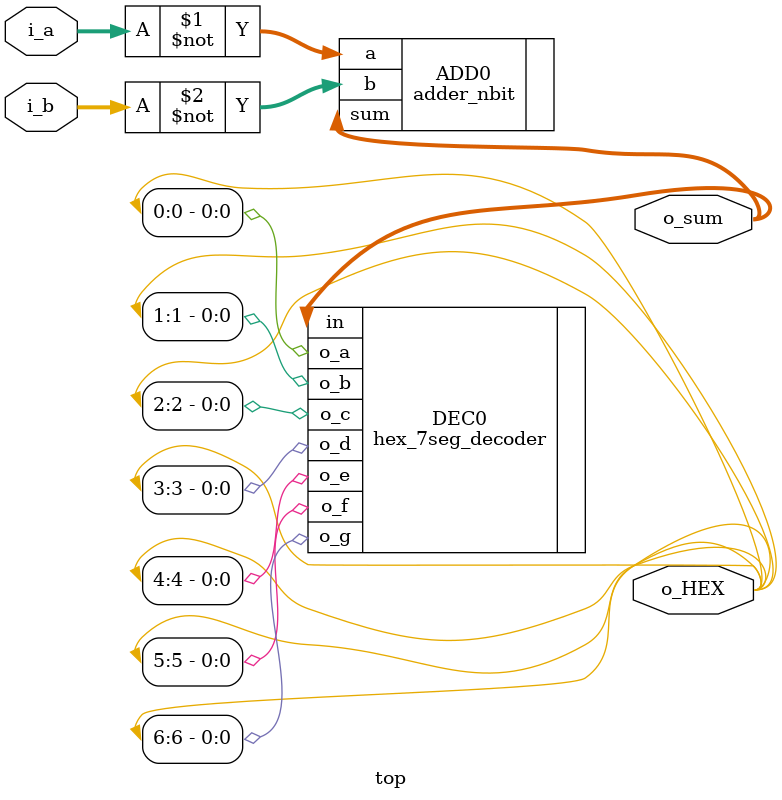
<source format=v>
module top#(parameter N = 2) (
    input   [N-1:0] i_a,
    input   [N-1:0] i_b,
	 output 	[N:0] o_sum,
    output  [6:0]   o_HEX);
	 

    adder_nbit#(.N(N))
    ADD0
    (
        .a(~i_a),
        .b(~i_b),
        .sum(o_sum)
    );


    hex_7seg_decoder#(.COMMON_ANODE_CATHODE(1))
    DEC0
    (
        .in(o_sum),
        .o_a(o_HEX[0]),
        .o_b(o_HEX[1]),
        .o_c(o_HEX[2]),
        .o_d(o_HEX[3]),
        .o_e(o_HEX[4]),
        .o_f(o_HEX[5]),
        .o_g(o_HEX[6])
    );
    
endmodule
</source>
